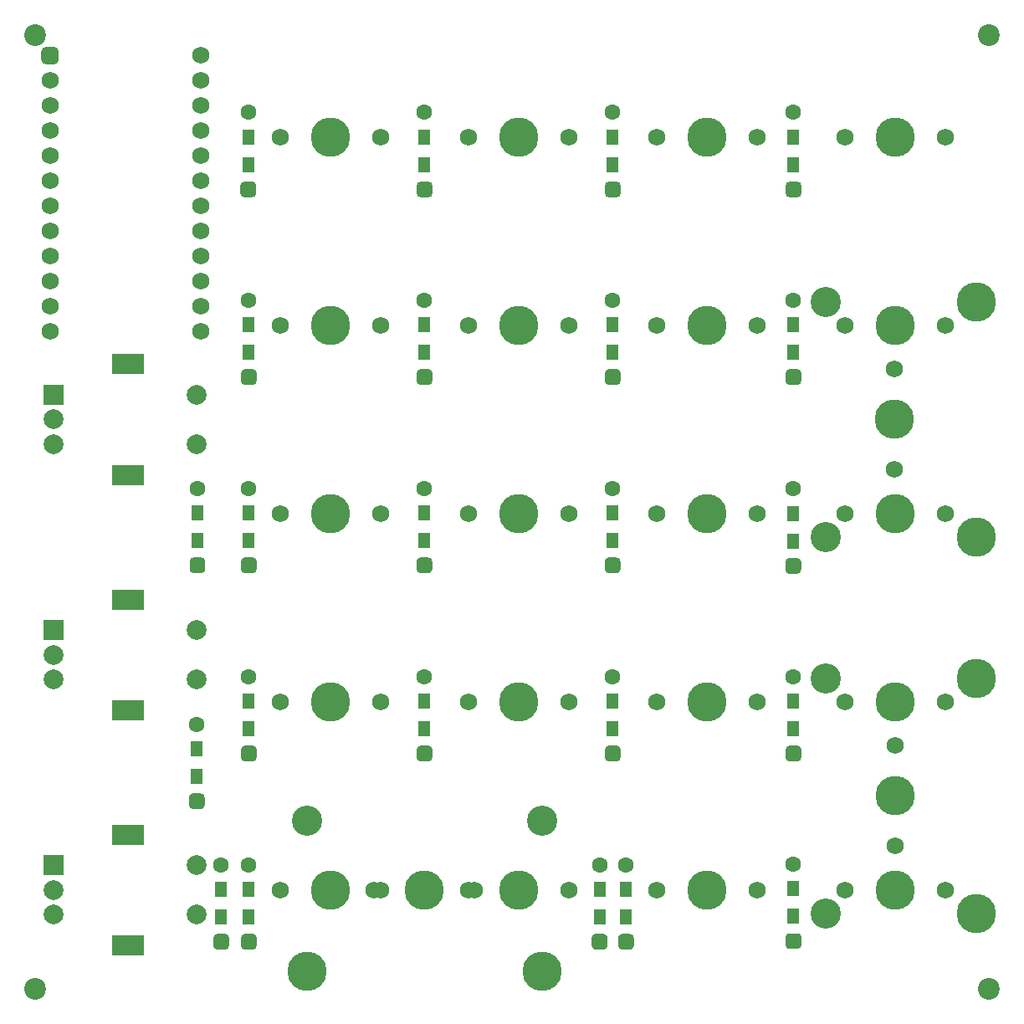
<source format=gts>
G04 #@! TF.GenerationSoftware,KiCad,Pcbnew,5.99.0+really5.1.10+dfsg1-1*
G04 #@! TF.CreationDate,2021-05-18T01:02:48-04:00*
G04 #@! TF.ProjectId,numpad_0,6e756d70-6164-45f3-902e-6b696361645f,rev?*
G04 #@! TF.SameCoordinates,Original*
G04 #@! TF.FileFunction,Soldermask,Top*
G04 #@! TF.FilePolarity,Negative*
%FSLAX46Y46*%
G04 Gerber Fmt 4.6, Leading zero omitted, Abs format (unit mm)*
G04 Created by KiCad (PCBNEW 5.99.0+really5.1.10+dfsg1-1) date 2021-05-18 01:02:48*
%MOMM*%
%LPD*%
G01*
G04 APERTURE LIST*
%ADD10C,2.200000*%
%ADD11C,3.987800*%
%ADD12C,1.750000*%
%ADD13C,1.752600*%
%ADD14C,3.048000*%
%ADD15C,2.000000*%
%ADD16R,3.200000X2.000000*%
%ADD17R,2.000000X2.000000*%
%ADD18C,1.600000*%
%ADD19R,1.200000X1.600000*%
G04 APERTURE END LIST*
D10*
X98250000Y-1750000D03*
X98250000Y-98250000D03*
X1750000Y-98250000D03*
X1750000Y-1750000D03*
D11*
X31623000Y-12065000D03*
D12*
X26543000Y-12065000D03*
X36703000Y-12065000D03*
D13*
X18478500Y-3810000D03*
X3238500Y-31750000D03*
X18478500Y-6350000D03*
X18478500Y-8890000D03*
X18478500Y-11430000D03*
X18478500Y-13970000D03*
X18478500Y-16510000D03*
X18478500Y-19050000D03*
X18478500Y-21590000D03*
X18478500Y-24130000D03*
X18478500Y-26670000D03*
X18478500Y-29210000D03*
X18478500Y-31750000D03*
X3238500Y-29210000D03*
X3238500Y-26670000D03*
X3238500Y-24130000D03*
X3238500Y-21590000D03*
X3238500Y-19050000D03*
X3238500Y-16510000D03*
X3238500Y-13970000D03*
X3238500Y-11430000D03*
X3238500Y-8890000D03*
X3238500Y-6350000D03*
G36*
G01*
X2800350Y-2933700D02*
X3676650Y-2933700D01*
G75*
G02*
X4114800Y-3371850I0J-438150D01*
G01*
X4114800Y-4248150D01*
G75*
G02*
X3676650Y-4686300I-438150J0D01*
G01*
X2800350Y-4686300D01*
G75*
G02*
X2362200Y-4248150I0J438150D01*
G01*
X2362200Y-3371850D01*
G75*
G02*
X2800350Y-2933700I438150J0D01*
G01*
G37*
D11*
X69723000Y-31115000D03*
D12*
X64643000Y-31115000D03*
X74803000Y-31115000D03*
D11*
X50673000Y-31115000D03*
D12*
X45593000Y-31115000D03*
X55753000Y-31115000D03*
D11*
X88773000Y-78740000D03*
D12*
X88773000Y-83820000D03*
X88773000Y-73660000D03*
D14*
X81788000Y-90646250D03*
X81788000Y-66833750D03*
D11*
X97028000Y-90646250D03*
X97028000Y-66833750D03*
X88709500Y-40640000D03*
D12*
X88709500Y-45720000D03*
X88709500Y-35560000D03*
D14*
X81724500Y-52546250D03*
X81724500Y-28733750D03*
D11*
X96964500Y-52546250D03*
X96964500Y-28733750D03*
X41148000Y-88265000D03*
D12*
X36068000Y-88265000D03*
X46228000Y-88265000D03*
D14*
X29241750Y-81280000D03*
X53054250Y-81280000D03*
D11*
X29241750Y-96520000D03*
X53054250Y-96520000D03*
D15*
X18112500Y-90765000D03*
X18112500Y-85765000D03*
D16*
X11112500Y-93865000D03*
X11112500Y-82665000D03*
D15*
X3612500Y-90765000D03*
X3612500Y-88265000D03*
D17*
X3612500Y-85765000D03*
D15*
X18112500Y-66952500D03*
X18112500Y-61952500D03*
D16*
X11112500Y-70052500D03*
X11112500Y-58852500D03*
D15*
X3612500Y-66952500D03*
X3612500Y-64452500D03*
D17*
X3612500Y-61952500D03*
D15*
X18112500Y-43140000D03*
X18112500Y-38140000D03*
D16*
X11112500Y-46240000D03*
X11112500Y-35040000D03*
D15*
X3612500Y-43140000D03*
X3612500Y-40640000D03*
D17*
X3612500Y-38140000D03*
G36*
G01*
X17697500Y-78474500D02*
X18497500Y-78474500D01*
G75*
G02*
X18897500Y-78874500I0J-400000D01*
G01*
X18897500Y-79674500D01*
G75*
G02*
X18497500Y-80074500I-400000J0D01*
G01*
X17697500Y-80074500D01*
G75*
G02*
X17297500Y-79674500I0J400000D01*
G01*
X17297500Y-78874500D01*
G75*
G02*
X17697500Y-78474500I400000J0D01*
G01*
G37*
D18*
X18097500Y-71474500D03*
D19*
X18097500Y-73974500D03*
X18097500Y-76774500D03*
G36*
G01*
X17761000Y-54595500D02*
X18561000Y-54595500D01*
G75*
G02*
X18961000Y-54995500I0J-400000D01*
G01*
X18961000Y-55795500D01*
G75*
G02*
X18561000Y-56195500I-400000J0D01*
G01*
X17761000Y-56195500D01*
G75*
G02*
X17361000Y-55795500I0J400000D01*
G01*
X17361000Y-54995500D01*
G75*
G02*
X17761000Y-54595500I400000J0D01*
G01*
G37*
D18*
X18161000Y-47595500D03*
D19*
X18161000Y-50095500D03*
X18161000Y-52895500D03*
D11*
X88773000Y-88265000D03*
D12*
X83693000Y-88265000D03*
X93853000Y-88265000D03*
D11*
X69723000Y-88265000D03*
D12*
X64643000Y-88265000D03*
X74803000Y-88265000D03*
D11*
X50673000Y-88265000D03*
D12*
X45593000Y-88265000D03*
X55753000Y-88265000D03*
D11*
X31623000Y-88265000D03*
D12*
X26543000Y-88265000D03*
X36703000Y-88265000D03*
G36*
G01*
X78086000Y-92635000D02*
X78886000Y-92635000D01*
G75*
G02*
X79286000Y-93035000I0J-400000D01*
G01*
X79286000Y-93835000D01*
G75*
G02*
X78886000Y-94235000I-400000J0D01*
G01*
X78086000Y-94235000D01*
G75*
G02*
X77686000Y-93835000I0J400000D01*
G01*
X77686000Y-93035000D01*
G75*
G02*
X78086000Y-92635000I400000J0D01*
G01*
G37*
D18*
X78486000Y-85635000D03*
D19*
X78486000Y-88135000D03*
X78486000Y-90935000D03*
G36*
G01*
X61131500Y-92698500D02*
X61931500Y-92698500D01*
G75*
G02*
X62331500Y-93098500I0J-400000D01*
G01*
X62331500Y-93898500D01*
G75*
G02*
X61931500Y-94298500I-400000J0D01*
G01*
X61131500Y-94298500D01*
G75*
G02*
X60731500Y-93898500I0J400000D01*
G01*
X60731500Y-93098500D01*
G75*
G02*
X61131500Y-92698500I400000J0D01*
G01*
G37*
D18*
X61531500Y-85698500D03*
D19*
X61531500Y-88198500D03*
X61531500Y-90998500D03*
G36*
G01*
X58464500Y-92698500D02*
X59264500Y-92698500D01*
G75*
G02*
X59664500Y-93098500I0J-400000D01*
G01*
X59664500Y-93898500D01*
G75*
G02*
X59264500Y-94298500I-400000J0D01*
G01*
X58464500Y-94298500D01*
G75*
G02*
X58064500Y-93898500I0J400000D01*
G01*
X58064500Y-93098500D01*
G75*
G02*
X58464500Y-92698500I400000J0D01*
G01*
G37*
D18*
X58864500Y-85698500D03*
D19*
X58864500Y-88198500D03*
X58864500Y-90998500D03*
G36*
G01*
X22968000Y-92698500D02*
X23768000Y-92698500D01*
G75*
G02*
X24168000Y-93098500I0J-400000D01*
G01*
X24168000Y-93898500D01*
G75*
G02*
X23768000Y-94298500I-400000J0D01*
G01*
X22968000Y-94298500D01*
G75*
G02*
X22568000Y-93898500I0J400000D01*
G01*
X22568000Y-93098500D01*
G75*
G02*
X22968000Y-92698500I400000J0D01*
G01*
G37*
D18*
X23368000Y-85698500D03*
D19*
X23368000Y-88198500D03*
X23368000Y-90998500D03*
D11*
X88773000Y-69215000D03*
D12*
X83693000Y-69215000D03*
X93853000Y-69215000D03*
D11*
X88773000Y-50165000D03*
D12*
X83693000Y-50165000D03*
X93853000Y-50165000D03*
D11*
X88773000Y-31115000D03*
D12*
X83693000Y-31115000D03*
X93853000Y-31115000D03*
D11*
X88773000Y-12065000D03*
D12*
X83693000Y-12065000D03*
X93853000Y-12065000D03*
G36*
G01*
X20174000Y-92698500D02*
X20974000Y-92698500D01*
G75*
G02*
X21374000Y-93098500I0J-400000D01*
G01*
X21374000Y-93898500D01*
G75*
G02*
X20974000Y-94298500I-400000J0D01*
G01*
X20174000Y-94298500D01*
G75*
G02*
X19774000Y-93898500I0J400000D01*
G01*
X19774000Y-93098500D01*
G75*
G02*
X20174000Y-92698500I400000J0D01*
G01*
G37*
D18*
X20574000Y-85698500D03*
D19*
X20574000Y-88198500D03*
X20574000Y-90998500D03*
G36*
G01*
X78086000Y-73648500D02*
X78886000Y-73648500D01*
G75*
G02*
X79286000Y-74048500I0J-400000D01*
G01*
X79286000Y-74848500D01*
G75*
G02*
X78886000Y-75248500I-400000J0D01*
G01*
X78086000Y-75248500D01*
G75*
G02*
X77686000Y-74848500I0J400000D01*
G01*
X77686000Y-74048500D01*
G75*
G02*
X78086000Y-73648500I400000J0D01*
G01*
G37*
D18*
X78486000Y-66648500D03*
D19*
X78486000Y-69148500D03*
X78486000Y-71948500D03*
G36*
G01*
X78060600Y-54662000D02*
X78860600Y-54662000D01*
G75*
G02*
X79260600Y-55062000I0J-400000D01*
G01*
X79260600Y-55862000D01*
G75*
G02*
X78860600Y-56262000I-400000J0D01*
G01*
X78060600Y-56262000D01*
G75*
G02*
X77660600Y-55862000I0J400000D01*
G01*
X77660600Y-55062000D01*
G75*
G02*
X78060600Y-54662000I400000J0D01*
G01*
G37*
D18*
X78460600Y-47662000D03*
D19*
X78460600Y-50162000D03*
X78460600Y-52962000D03*
G36*
G01*
X78086000Y-35548500D02*
X78886000Y-35548500D01*
G75*
G02*
X79286000Y-35948500I0J-400000D01*
G01*
X79286000Y-36748500D01*
G75*
G02*
X78886000Y-37148500I-400000J0D01*
G01*
X78086000Y-37148500D01*
G75*
G02*
X77686000Y-36748500I0J400000D01*
G01*
X77686000Y-35948500D01*
G75*
G02*
X78086000Y-35548500I400000J0D01*
G01*
G37*
D18*
X78486000Y-28548500D03*
D19*
X78486000Y-31048500D03*
X78486000Y-33848500D03*
G36*
G01*
X78086000Y-16562000D02*
X78886000Y-16562000D01*
G75*
G02*
X79286000Y-16962000I0J-400000D01*
G01*
X79286000Y-17762000D01*
G75*
G02*
X78886000Y-18162000I-400000J0D01*
G01*
X78086000Y-18162000D01*
G75*
G02*
X77686000Y-17762000I0J400000D01*
G01*
X77686000Y-16962000D01*
G75*
G02*
X78086000Y-16562000I400000J0D01*
G01*
G37*
D18*
X78486000Y-9562000D03*
D19*
X78486000Y-12062000D03*
X78486000Y-14862000D03*
G36*
G01*
X59798000Y-73648500D02*
X60598000Y-73648500D01*
G75*
G02*
X60998000Y-74048500I0J-400000D01*
G01*
X60998000Y-74848500D01*
G75*
G02*
X60598000Y-75248500I-400000J0D01*
G01*
X59798000Y-75248500D01*
G75*
G02*
X59398000Y-74848500I0J400000D01*
G01*
X59398000Y-74048500D01*
G75*
G02*
X59798000Y-73648500I400000J0D01*
G01*
G37*
D18*
X60198000Y-66648500D03*
D19*
X60198000Y-69148500D03*
X60198000Y-71948500D03*
G36*
G01*
X59772600Y-54598500D02*
X60572600Y-54598500D01*
G75*
G02*
X60972600Y-54998500I0J-400000D01*
G01*
X60972600Y-55798500D01*
G75*
G02*
X60572600Y-56198500I-400000J0D01*
G01*
X59772600Y-56198500D01*
G75*
G02*
X59372600Y-55798500I0J400000D01*
G01*
X59372600Y-54998500D01*
G75*
G02*
X59772600Y-54598500I400000J0D01*
G01*
G37*
D18*
X60172600Y-47598500D03*
D19*
X60172600Y-50098500D03*
X60172600Y-52898500D03*
G36*
G01*
X59798000Y-35548500D02*
X60598000Y-35548500D01*
G75*
G02*
X60998000Y-35948500I0J-400000D01*
G01*
X60998000Y-36748500D01*
G75*
G02*
X60598000Y-37148500I-400000J0D01*
G01*
X59798000Y-37148500D01*
G75*
G02*
X59398000Y-36748500I0J400000D01*
G01*
X59398000Y-35948500D01*
G75*
G02*
X59798000Y-35548500I400000J0D01*
G01*
G37*
D18*
X60198000Y-28548500D03*
D19*
X60198000Y-31048500D03*
X60198000Y-33848500D03*
G36*
G01*
X59798000Y-16562000D02*
X60598000Y-16562000D01*
G75*
G02*
X60998000Y-16962000I0J-400000D01*
G01*
X60998000Y-17762000D01*
G75*
G02*
X60598000Y-18162000I-400000J0D01*
G01*
X59798000Y-18162000D01*
G75*
G02*
X59398000Y-17762000I0J400000D01*
G01*
X59398000Y-16962000D01*
G75*
G02*
X59798000Y-16562000I400000J0D01*
G01*
G37*
D18*
X60198000Y-9562000D03*
D19*
X60198000Y-12062000D03*
X60198000Y-14862000D03*
G36*
G01*
X40748000Y-73648500D02*
X41548000Y-73648500D01*
G75*
G02*
X41948000Y-74048500I0J-400000D01*
G01*
X41948000Y-74848500D01*
G75*
G02*
X41548000Y-75248500I-400000J0D01*
G01*
X40748000Y-75248500D01*
G75*
G02*
X40348000Y-74848500I0J400000D01*
G01*
X40348000Y-74048500D01*
G75*
G02*
X40748000Y-73648500I400000J0D01*
G01*
G37*
D18*
X41148000Y-66648500D03*
D19*
X41148000Y-69148500D03*
X41148000Y-71948500D03*
G36*
G01*
X40722600Y-54598500D02*
X41522600Y-54598500D01*
G75*
G02*
X41922600Y-54998500I0J-400000D01*
G01*
X41922600Y-55798500D01*
G75*
G02*
X41522600Y-56198500I-400000J0D01*
G01*
X40722600Y-56198500D01*
G75*
G02*
X40322600Y-55798500I0J400000D01*
G01*
X40322600Y-54998500D01*
G75*
G02*
X40722600Y-54598500I400000J0D01*
G01*
G37*
D18*
X41122600Y-47598500D03*
D19*
X41122600Y-50098500D03*
X41122600Y-52898500D03*
G36*
G01*
X40748000Y-35548500D02*
X41548000Y-35548500D01*
G75*
G02*
X41948000Y-35948500I0J-400000D01*
G01*
X41948000Y-36748500D01*
G75*
G02*
X41548000Y-37148500I-400000J0D01*
G01*
X40748000Y-37148500D01*
G75*
G02*
X40348000Y-36748500I0J400000D01*
G01*
X40348000Y-35948500D01*
G75*
G02*
X40748000Y-35548500I400000J0D01*
G01*
G37*
D18*
X41148000Y-28548500D03*
D19*
X41148000Y-31048500D03*
X41148000Y-33848500D03*
G36*
G01*
X40748000Y-16562000D02*
X41548000Y-16562000D01*
G75*
G02*
X41948000Y-16962000I0J-400000D01*
G01*
X41948000Y-17762000D01*
G75*
G02*
X41548000Y-18162000I-400000J0D01*
G01*
X40748000Y-18162000D01*
G75*
G02*
X40348000Y-17762000I0J400000D01*
G01*
X40348000Y-16962000D01*
G75*
G02*
X40748000Y-16562000I400000J0D01*
G01*
G37*
D18*
X41148000Y-9562000D03*
D19*
X41148000Y-12062000D03*
X41148000Y-14862000D03*
G36*
G01*
X22968000Y-73648500D02*
X23768000Y-73648500D01*
G75*
G02*
X24168000Y-74048500I0J-400000D01*
G01*
X24168000Y-74848500D01*
G75*
G02*
X23768000Y-75248500I-400000J0D01*
G01*
X22968000Y-75248500D01*
G75*
G02*
X22568000Y-74848500I0J400000D01*
G01*
X22568000Y-74048500D01*
G75*
G02*
X22968000Y-73648500I400000J0D01*
G01*
G37*
D18*
X23368000Y-66648500D03*
D19*
X23368000Y-69148500D03*
X23368000Y-71948500D03*
G36*
G01*
X22968000Y-54598500D02*
X23768000Y-54598500D01*
G75*
G02*
X24168000Y-54998500I0J-400000D01*
G01*
X24168000Y-55798500D01*
G75*
G02*
X23768000Y-56198500I-400000J0D01*
G01*
X22968000Y-56198500D01*
G75*
G02*
X22568000Y-55798500I0J400000D01*
G01*
X22568000Y-54998500D01*
G75*
G02*
X22968000Y-54598500I400000J0D01*
G01*
G37*
D18*
X23368000Y-47598500D03*
D19*
X23368000Y-50098500D03*
X23368000Y-52898500D03*
G36*
G01*
X22968000Y-35548500D02*
X23768000Y-35548500D01*
G75*
G02*
X24168000Y-35948500I0J-400000D01*
G01*
X24168000Y-36748500D01*
G75*
G02*
X23768000Y-37148500I-400000J0D01*
G01*
X22968000Y-37148500D01*
G75*
G02*
X22568000Y-36748500I0J400000D01*
G01*
X22568000Y-35948500D01*
G75*
G02*
X22968000Y-35548500I400000J0D01*
G01*
G37*
D18*
X23368000Y-28548500D03*
D19*
X23368000Y-31048500D03*
X23368000Y-33848500D03*
G36*
G01*
X22904500Y-16562000D02*
X23704500Y-16562000D01*
G75*
G02*
X24104500Y-16962000I0J-400000D01*
G01*
X24104500Y-17762000D01*
G75*
G02*
X23704500Y-18162000I-400000J0D01*
G01*
X22904500Y-18162000D01*
G75*
G02*
X22504500Y-17762000I0J400000D01*
G01*
X22504500Y-16962000D01*
G75*
G02*
X22904500Y-16562000I400000J0D01*
G01*
G37*
D18*
X23304500Y-9562000D03*
D19*
X23304500Y-12062000D03*
X23304500Y-14862000D03*
D11*
X69723000Y-69215000D03*
D12*
X64643000Y-69215000D03*
X74803000Y-69215000D03*
D11*
X69723000Y-50165000D03*
D12*
X64643000Y-50165000D03*
X74803000Y-50165000D03*
D11*
X69723000Y-12065000D03*
D12*
X64643000Y-12065000D03*
X74803000Y-12065000D03*
D11*
X50673000Y-69215000D03*
D12*
X45593000Y-69215000D03*
X55753000Y-69215000D03*
D11*
X50673000Y-50165000D03*
D12*
X45593000Y-50165000D03*
X55753000Y-50165000D03*
D11*
X50673000Y-12065000D03*
D12*
X45593000Y-12065000D03*
X55753000Y-12065000D03*
D11*
X31623000Y-69215000D03*
D12*
X26543000Y-69215000D03*
X36703000Y-69215000D03*
D11*
X31623000Y-50165000D03*
D12*
X26543000Y-50165000D03*
X36703000Y-50165000D03*
D11*
X31623000Y-31115000D03*
D12*
X26543000Y-31115000D03*
X36703000Y-31115000D03*
M02*

</source>
